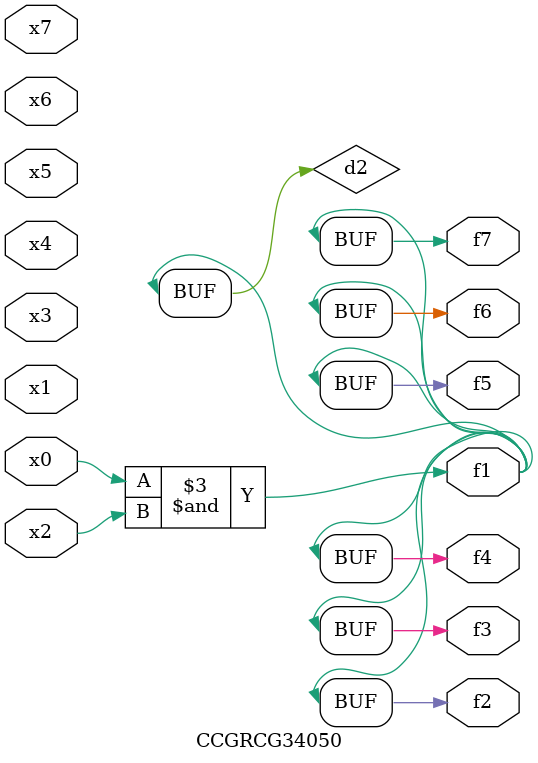
<source format=v>
module CCGRCG34050(
	input x0, x1, x2, x3, x4, x5, x6, x7,
	output f1, f2, f3, f4, f5, f6, f7
);

	wire d1, d2;

	nor (d1, x3, x6);
	and (d2, x0, x2);
	assign f1 = d2;
	assign f2 = d2;
	assign f3 = d2;
	assign f4 = d2;
	assign f5 = d2;
	assign f6 = d2;
	assign f7 = d2;
endmodule

</source>
